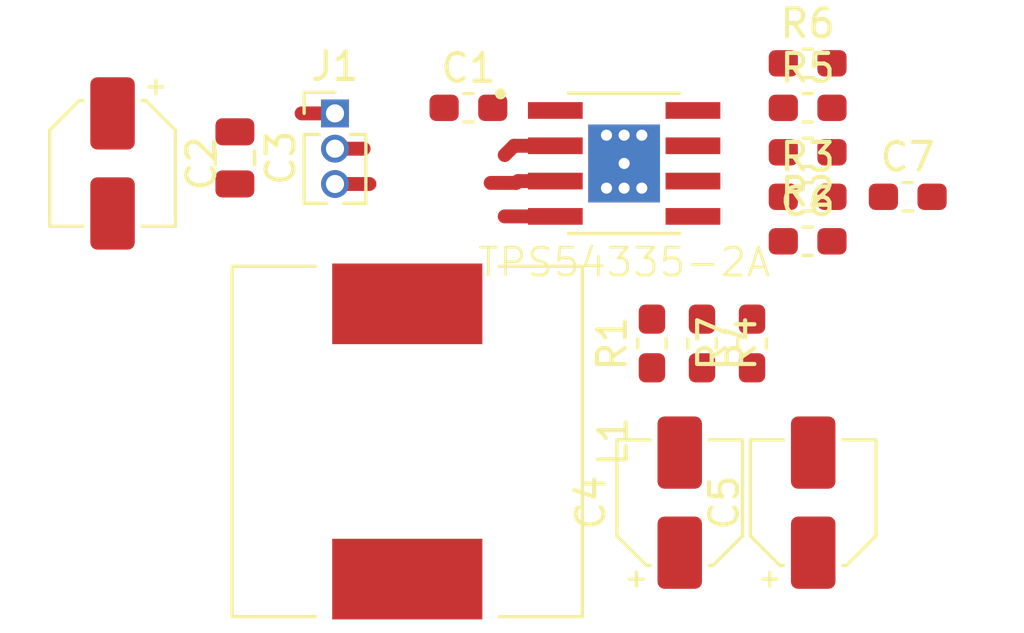
<source format=kicad_pcb>
(kicad_pcb (version 20171130) (host pcbnew 5.1.2-f72e74a~84~ubuntu18.04.1)

  (general
    (thickness 1.6)
    (drawings 0)
    (tracks 9)
    (zones 0)
    (modules 17)
    (nets 12)
  )

  (page A4)
  (layers
    (0 F.Cu signal)
    (31 B.Cu signal)
    (32 B.Adhes user)
    (33 F.Adhes user)
    (34 B.Paste user)
    (35 F.Paste user)
    (36 B.SilkS user)
    (37 F.SilkS user)
    (38 B.Mask user)
    (39 F.Mask user)
    (40 Dwgs.User user)
    (41 Cmts.User user)
    (42 Eco1.User user)
    (43 Eco2.User user)
    (44 Edge.Cuts user)
    (45 Margin user)
    (46 B.CrtYd user)
    (47 F.CrtYd user)
    (48 B.Fab user)
    (49 F.Fab user)
  )

  (setup
    (last_trace_width 0.5)
    (user_trace_width 0.5)
    (user_trace_width 1)
    (trace_clearance 0.2)
    (zone_clearance 0.508)
    (zone_45_only no)
    (trace_min 0.2)
    (via_size 0.8)
    (via_drill 0.4)
    (via_min_size 0.4)
    (via_min_drill 0.3)
    (uvia_size 0.3)
    (uvia_drill 0.1)
    (uvias_allowed no)
    (uvia_min_size 0.2)
    (uvia_min_drill 0.1)
    (edge_width 0.05)
    (segment_width 0.2)
    (pcb_text_width 0.3)
    (pcb_text_size 1.5 1.5)
    (mod_edge_width 0.12)
    (mod_text_size 1 1)
    (mod_text_width 0.15)
    (pad_size 1.524 1.524)
    (pad_drill 0.762)
    (pad_to_mask_clearance 0.051)
    (solder_mask_min_width 0.25)
    (aux_axis_origin 0 0)
    (visible_elements FFFFFF7F)
    (pcbplotparams
      (layerselection 0x010fc_ffffffff)
      (usegerberextensions false)
      (usegerberattributes false)
      (usegerberadvancedattributes false)
      (creategerberjobfile false)
      (excludeedgelayer true)
      (linewidth 0.100000)
      (plotframeref false)
      (viasonmask false)
      (mode 1)
      (useauxorigin false)
      (hpglpennumber 1)
      (hpglpenspeed 20)
      (hpglpendiameter 15.000000)
      (psnegative false)
      (psa4output false)
      (plotreference true)
      (plotvalue true)
      (plotinvisibletext false)
      (padsonsilk false)
      (subtractmaskfromsilk false)
      (outputformat 1)
      (mirror false)
      (drillshape 1)
      (scaleselection 1)
      (outputdirectory ""))
  )

  (net 0 "")
  (net 1 "Net-(C1-Pad2)")
  (net 2 GND)
  (net 3 +12V)
  (net 4 +5V)
  (net 5 "Net-(C6-Pad1)")
  (net 6 "Net-(C7-Pad1)")
  (net 7 "Net-(R1-Pad2)")
  (net 8 "Net-(R2-Pad2)")
  (net 9 /Vsense)
  (net 10 "Net-(R6-Pad1)")
  (net 11 /PH_NET)

  (net_class Default "This is the default net class."
    (clearance 0.2)
    (trace_width 0.25)
    (via_dia 0.8)
    (via_drill 0.4)
    (uvia_dia 0.3)
    (uvia_drill 0.1)
    (add_net /Vsense)
    (add_net "Net-(C1-Pad2)")
    (add_net "Net-(C6-Pad1)")
    (add_net "Net-(C7-Pad1)")
    (add_net "Net-(R1-Pad2)")
    (add_net "Net-(R2-Pad2)")
    (add_net "Net-(R6-Pad1)")
  )

  (net_class 1A ""
    (clearance 0.2)
    (trace_width 0.75)
    (via_dia 0.8)
    (via_drill 0.4)
    (uvia_dia 0.3)
    (uvia_drill 0.1)
    (add_net +12V)
  )

  (net_class 3A ""
    (clearance 0.5)
    (trace_width 1.25)
    (via_dia 0.8)
    (via_drill 0.4)
    (uvia_dia 0.3)
    (uvia_drill 0.1)
    (add_net +5V)
    (add_net /PH_NET)
  )

  (net_class GND ""
    (clearance 0.2)
    (trace_width 1.5)
    (via_dia 0.8)
    (via_drill 0.4)
    (uvia_dia 0.3)
    (uvia_drill 0.1)
    (add_net GND)
  )

  (module Capacitor_SMD:C_0805_2012Metric (layer F.Cu) (tedit 5B36C52B) (tstamp 5CED6D46)
    (at 7 24.8 270)
    (descr "Capacitor SMD 0805 (2012 Metric), square (rectangular) end terminal, IPC_7351 nominal, (Body size source: https://docs.google.com/spreadsheets/d/1BsfQQcO9C6DZCsRaXUlFlo91Tg2WpOkGARC1WS5S8t0/edit?usp=sharing), generated with kicad-footprint-generator")
    (tags capacitor)
    (path /5CED6A1F)
    (attr smd)
    (fp_text reference C3 (at 0 -1.65 90) (layer F.SilkS)
      (effects (font (size 1 1) (thickness 0.15)))
    )
    (fp_text value C104,0805 (at 0 1.65 90) (layer F.Fab)
      (effects (font (size 1 1) (thickness 0.15)))
    )
    (fp_text user %R (at 0 0 90) (layer F.Fab)
      (effects (font (size 0.5 0.5) (thickness 0.08)))
    )
    (fp_line (start 1.68 0.95) (end -1.68 0.95) (layer F.CrtYd) (width 0.05))
    (fp_line (start 1.68 -0.95) (end 1.68 0.95) (layer F.CrtYd) (width 0.05))
    (fp_line (start -1.68 -0.95) (end 1.68 -0.95) (layer F.CrtYd) (width 0.05))
    (fp_line (start -1.68 0.95) (end -1.68 -0.95) (layer F.CrtYd) (width 0.05))
    (fp_line (start -0.258578 0.71) (end 0.258578 0.71) (layer F.SilkS) (width 0.12))
    (fp_line (start -0.258578 -0.71) (end 0.258578 -0.71) (layer F.SilkS) (width 0.12))
    (fp_line (start 1 0.6) (end -1 0.6) (layer F.Fab) (width 0.1))
    (fp_line (start 1 -0.6) (end 1 0.6) (layer F.Fab) (width 0.1))
    (fp_line (start -1 -0.6) (end 1 -0.6) (layer F.Fab) (width 0.1))
    (fp_line (start -1 0.6) (end -1 -0.6) (layer F.Fab) (width 0.1))
    (pad 2 smd roundrect (at 0.9375 0 270) (size 0.975 1.4) (layers F.Cu F.Paste F.Mask) (roundrect_rratio 0.25)
      (net 2 GND))
    (pad 1 smd roundrect (at -0.9375 0 270) (size 0.975 1.4) (layers F.Cu F.Paste F.Mask) (roundrect_rratio 0.25)
      (net 3 +12V))
    (model ${KISYS3DMOD}/Capacitor_SMD.3dshapes/C_0805_2012Metric.wrl
      (at (xyz 0 0 0))
      (scale (xyz 1 1 1))
      (rotate (xyz 0 0 0))
    )
  )

  (module footprint-lib:TPS54335ADDAR (layer F.Cu) (tedit 5CED0A5B) (tstamp 5CED6EB1)
    (at 21 25)
    (path /5CED593B)
    (attr smd)
    (fp_text reference U1 (at 0 -3.556) (layer F.SilkS) hide
      (effects (font (size 1 1) (thickness 0.1)))
    )
    (fp_text value TPS54335-2A (at 0 3.556) (layer F.SilkS)
      (effects (font (size 1 1) (thickness 0.1)))
    )
    (fp_line (start 3.71 -2.75) (end 3.71 2.75) (layer Eco1.User) (width 0.05))
    (fp_line (start -3.71 -2.75) (end -3.71 2.75) (layer Eco1.User) (width 0.05))
    (fp_line (start -3.71 2.75) (end 3.71 2.75) (layer Eco1.User) (width 0.05))
    (fp_line (start -3.71 -2.75) (end 3.71 -2.75) (layer Eco1.User) (width 0.05))
    (fp_line (start 2 -2.5) (end 2 2.5) (layer Eco2.User) (width 0.127))
    (fp_line (start -2 -2.5) (end -2 2.5) (layer Eco2.User) (width 0.127))
    (fp_line (start -2 2.525) (end 2 2.525) (layer F.SilkS) (width 0.127))
    (fp_line (start -2 -2.525) (end 2 -2.525) (layer F.SilkS) (width 0.127))
    (fp_line (start -2 2.5) (end 2 2.5) (layer Eco2.User) (width 0.127))
    (fp_line (start -2 -2.5) (end 2 -2.5) (layer Eco2.User) (width 0.127))
    (fp_circle (center -4.445 -2.505) (end -4.345 -2.505) (layer Eco2.User) (width 0.2))
    (fp_circle (center -4.445 -2.505) (end -4.345 -2.505) (layer F.SilkS) (width 0.2))
    (fp_poly (pts (xy -0.645 -0.7) (xy 0.645 -0.7) (xy 0.645 0.7) (xy -0.645 0.7)) (layer F.Paste) (width 0))
    (pad PAD thru_hole oval (at 0.635 0.889) (size 0.5 0.5) (drill 0.4) (layers *.Cu F.Mask)
      (net 2 GND))
    (pad PAD thru_hole oval (at 0 0.889) (size 0.5 0.5) (drill 0.4) (layers *.Cu F.Mask)
      (net 2 GND))
    (pad PAD thru_hole oval (at -0.635 0.889) (size 0.5 0.5) (drill 0.4) (layers *.Cu F.Mask)
      (net 2 GND))
    (pad PAD thru_hole oval (at 0.635 -1.016) (size 0.5 0.5) (drill 0.4) (layers *.Cu F.Mask)
      (net 2 GND))
    (pad PAD thru_hole oval (at 0 -1.016) (size 0.5 0.5) (drill 0.4) (layers *.Cu F.Mask)
      (net 2 GND))
    (pad PAD thru_hole oval (at -0.635 -1.016) (size 0.5 0.5) (drill 0.4) (layers *.Cu F.Mask)
      (net 2 GND))
    (pad PAD thru_hole rect (at 0 0) (size 2.58 2.8) (drill 0.4) (layers *.Cu F.Paste F.Mask)
      (net 2 GND))
    (pad 8 smd rect (at 2.475 -1.905) (size 1.97 0.6) (layers F.Cu F.Paste F.Mask)
      (net 10 "Net-(R6-Pad1)"))
    (pad 7 smd rect (at 2.475 -0.635) (size 1.97 0.6) (layers F.Cu F.Paste F.Mask)
      (net 8 "Net-(R2-Pad2)"))
    (pad 6 smd rect (at 2.475 0.635) (size 1.97 0.6) (layers F.Cu F.Paste F.Mask)
      (net 5 "Net-(C6-Pad1)"))
    (pad 5 smd rect (at 2.475 1.905) (size 1.97 0.6) (layers F.Cu F.Paste F.Mask)
      (net 9 /Vsense))
    (pad 4 smd rect (at -2.475 1.905) (size 1.97 0.6) (layers F.Cu F.Paste F.Mask)
      (net 2 GND))
    (pad 3 smd rect (at -2.475 0.635) (size 1.97 0.6) (layers F.Cu F.Paste F.Mask)
      (net 11 /PH_NET))
    (pad 2 smd rect (at -2.475 -0.635) (size 1.97 0.6) (layers F.Cu F.Paste F.Mask)
      (net 3 +12V))
    (pad 1 smd rect (at -2.475 -1.905) (size 1.97 0.6) (layers F.Cu F.Paste F.Mask)
      (net 1 "Net-(C1-Pad2)"))
  )

  (module Resistor_SMD:R_0603_1608Metric_Pad1.05x0.95mm_HandSolder (layer F.Cu) (tedit 5B301BBD) (tstamp 5CED6E97)
    (at 25.6 31.475 90)
    (descr "Resistor SMD 0603 (1608 Metric), square (rectangular) end terminal, IPC_7351 nominal with elongated pad for handsoldering. (Body size source: http://www.tortai-tech.com/upload/download/2011102023233369053.pdf), generated with kicad-footprint-generator")
    (tags "resistor handsolder")
    (path /5CEDBD49)
    (attr smd)
    (fp_text reference R7 (at 0 -1.43 90) (layer F.SilkS)
      (effects (font (size 1 1) (thickness 0.15)))
    )
    (fp_text value R19.1k,0603 (at 0 1.43 90) (layer F.Fab)
      (effects (font (size 1 1) (thickness 0.15)))
    )
    (fp_text user %R (at 0 0 90) (layer F.Fab)
      (effects (font (size 0.4 0.4) (thickness 0.06)))
    )
    (fp_line (start 1.65 0.73) (end -1.65 0.73) (layer F.CrtYd) (width 0.05))
    (fp_line (start 1.65 -0.73) (end 1.65 0.73) (layer F.CrtYd) (width 0.05))
    (fp_line (start -1.65 -0.73) (end 1.65 -0.73) (layer F.CrtYd) (width 0.05))
    (fp_line (start -1.65 0.73) (end -1.65 -0.73) (layer F.CrtYd) (width 0.05))
    (fp_line (start -0.171267 0.51) (end 0.171267 0.51) (layer F.SilkS) (width 0.12))
    (fp_line (start -0.171267 -0.51) (end 0.171267 -0.51) (layer F.SilkS) (width 0.12))
    (fp_line (start 0.8 0.4) (end -0.8 0.4) (layer F.Fab) (width 0.1))
    (fp_line (start 0.8 -0.4) (end 0.8 0.4) (layer F.Fab) (width 0.1))
    (fp_line (start -0.8 -0.4) (end 0.8 -0.4) (layer F.Fab) (width 0.1))
    (fp_line (start -0.8 0.4) (end -0.8 -0.4) (layer F.Fab) (width 0.1))
    (pad 2 smd roundrect (at 0.875 0 90) (size 1.05 0.95) (layers F.Cu F.Paste F.Mask) (roundrect_rratio 0.25)
      (net 2 GND))
    (pad 1 smd roundrect (at -0.875 0 90) (size 1.05 0.95) (layers F.Cu F.Paste F.Mask) (roundrect_rratio 0.25)
      (net 9 /Vsense))
    (model ${KISYS3DMOD}/Resistor_SMD.3dshapes/R_0603_1608Metric.wrl
      (at (xyz 0 0 0))
      (scale (xyz 1 1 1))
      (rotate (xyz 0 0 0))
    )
  )

  (module Resistor_SMD:R_0603_1608Metric_Pad1.05x0.95mm_HandSolder (layer F.Cu) (tedit 5B301BBD) (tstamp 5CED6E86)
    (at 27.6 21.4)
    (descr "Resistor SMD 0603 (1608 Metric), square (rectangular) end terminal, IPC_7351 nominal with elongated pad for handsoldering. (Body size source: http://www.tortai-tech.com/upload/download/2011102023233369053.pdf), generated with kicad-footprint-generator")
    (tags "resistor handsolder")
    (path /5CEE0ADC)
    (attr smd)
    (fp_text reference R6 (at 0 -1.43) (layer F.SilkS)
      (effects (font (size 1 1) (thickness 0.15)))
    )
    (fp_text value 143k,0603 (at 0 1.43) (layer F.Fab)
      (effects (font (size 1 1) (thickness 0.15)))
    )
    (fp_text user %R (at 0 0) (layer F.Fab)
      (effects (font (size 0.4 0.4) (thickness 0.06)))
    )
    (fp_line (start 1.65 0.73) (end -1.65 0.73) (layer F.CrtYd) (width 0.05))
    (fp_line (start 1.65 -0.73) (end 1.65 0.73) (layer F.CrtYd) (width 0.05))
    (fp_line (start -1.65 -0.73) (end 1.65 -0.73) (layer F.CrtYd) (width 0.05))
    (fp_line (start -1.65 0.73) (end -1.65 -0.73) (layer F.CrtYd) (width 0.05))
    (fp_line (start -0.171267 0.51) (end 0.171267 0.51) (layer F.SilkS) (width 0.12))
    (fp_line (start -0.171267 -0.51) (end 0.171267 -0.51) (layer F.SilkS) (width 0.12))
    (fp_line (start 0.8 0.4) (end -0.8 0.4) (layer F.Fab) (width 0.1))
    (fp_line (start 0.8 -0.4) (end 0.8 0.4) (layer F.Fab) (width 0.1))
    (fp_line (start -0.8 -0.4) (end 0.8 -0.4) (layer F.Fab) (width 0.1))
    (fp_line (start -0.8 0.4) (end -0.8 -0.4) (layer F.Fab) (width 0.1))
    (pad 2 smd roundrect (at 0.875 0) (size 1.05 0.95) (layers F.Cu F.Paste F.Mask) (roundrect_rratio 0.25)
      (net 2 GND))
    (pad 1 smd roundrect (at -0.875 0) (size 1.05 0.95) (layers F.Cu F.Paste F.Mask) (roundrect_rratio 0.25)
      (net 10 "Net-(R6-Pad1)"))
    (model ${KISYS3DMOD}/Resistor_SMD.3dshapes/R_0603_1608Metric.wrl
      (at (xyz 0 0 0))
      (scale (xyz 1 1 1))
      (rotate (xyz 0 0 0))
    )
  )

  (module Resistor_SMD:R_0603_1608Metric_Pad1.05x0.95mm_HandSolder (layer F.Cu) (tedit 5B301BBD) (tstamp 5CED6E75)
    (at 27.6 23)
    (descr "Resistor SMD 0603 (1608 Metric), square (rectangular) end terminal, IPC_7351 nominal with elongated pad for handsoldering. (Body size source: http://www.tortai-tech.com/upload/download/2011102023233369053.pdf), generated with kicad-footprint-generator")
    (tags "resistor handsolder")
    (path /5CED73BC)
    (attr smd)
    (fp_text reference R5 (at 0 -1.43) (layer F.SilkS)
      (effects (font (size 1 1) (thickness 0.15)))
    )
    (fp_text value R433,0603 (at 0 1.43) (layer F.Fab)
      (effects (font (size 1 1) (thickness 0.15)))
    )
    (fp_text user %R (at 0 0) (layer F.Fab)
      (effects (font (size 0.4 0.4) (thickness 0.06)))
    )
    (fp_line (start 1.65 0.73) (end -1.65 0.73) (layer F.CrtYd) (width 0.05))
    (fp_line (start 1.65 -0.73) (end 1.65 0.73) (layer F.CrtYd) (width 0.05))
    (fp_line (start -1.65 -0.73) (end 1.65 -0.73) (layer F.CrtYd) (width 0.05))
    (fp_line (start -1.65 0.73) (end -1.65 -0.73) (layer F.CrtYd) (width 0.05))
    (fp_line (start -0.171267 0.51) (end 0.171267 0.51) (layer F.SilkS) (width 0.12))
    (fp_line (start -0.171267 -0.51) (end 0.171267 -0.51) (layer F.SilkS) (width 0.12))
    (fp_line (start 0.8 0.4) (end -0.8 0.4) (layer F.Fab) (width 0.1))
    (fp_line (start 0.8 -0.4) (end 0.8 0.4) (layer F.Fab) (width 0.1))
    (fp_line (start -0.8 -0.4) (end 0.8 -0.4) (layer F.Fab) (width 0.1))
    (fp_line (start -0.8 0.4) (end -0.8 -0.4) (layer F.Fab) (width 0.1))
    (pad 2 smd roundrect (at 0.875 0) (size 1.05 0.95) (layers F.Cu F.Paste F.Mask) (roundrect_rratio 0.25)
      (net 2 GND))
    (pad 1 smd roundrect (at -0.875 0) (size 1.05 0.95) (layers F.Cu F.Paste F.Mask) (roundrect_rratio 0.25)
      (net 8 "Net-(R2-Pad2)"))
    (model ${KISYS3DMOD}/Resistor_SMD.3dshapes/R_0603_1608Metric.wrl
      (at (xyz 0 0 0))
      (scale (xyz 1 1 1))
      (rotate (xyz 0 0 0))
    )
  )

  (module Resistor_SMD:R_0603_1608Metric_Pad1.05x0.95mm_HandSolder (layer F.Cu) (tedit 5B301BBD) (tstamp 5CED6E64)
    (at 23.8 31.475 270)
    (descr "Resistor SMD 0603 (1608 Metric), square (rectangular) end terminal, IPC_7351 nominal with elongated pad for handsoldering. (Body size source: http://www.tortai-tech.com/upload/download/2011102023233369053.pdf), generated with kicad-footprint-generator")
    (tags "resistor handsolder")
    (path /5CEDB5A5)
    (attr smd)
    (fp_text reference R4 (at 0 -1.43 90) (layer F.SilkS)
      (effects (font (size 1 1) (thickness 0.15)))
    )
    (fp_text value R104,0603 (at 0 1.43 90) (layer F.Fab)
      (effects (font (size 1 1) (thickness 0.15)))
    )
    (fp_text user %R (at 0 0 90) (layer F.Fab)
      (effects (font (size 0.4 0.4) (thickness 0.06)))
    )
    (fp_line (start 1.65 0.73) (end -1.65 0.73) (layer F.CrtYd) (width 0.05))
    (fp_line (start 1.65 -0.73) (end 1.65 0.73) (layer F.CrtYd) (width 0.05))
    (fp_line (start -1.65 -0.73) (end 1.65 -0.73) (layer F.CrtYd) (width 0.05))
    (fp_line (start -1.65 0.73) (end -1.65 -0.73) (layer F.CrtYd) (width 0.05))
    (fp_line (start -0.171267 0.51) (end 0.171267 0.51) (layer F.SilkS) (width 0.12))
    (fp_line (start -0.171267 -0.51) (end 0.171267 -0.51) (layer F.SilkS) (width 0.12))
    (fp_line (start 0.8 0.4) (end -0.8 0.4) (layer F.Fab) (width 0.1))
    (fp_line (start 0.8 -0.4) (end 0.8 0.4) (layer F.Fab) (width 0.1))
    (fp_line (start -0.8 -0.4) (end 0.8 -0.4) (layer F.Fab) (width 0.1))
    (fp_line (start -0.8 0.4) (end -0.8 -0.4) (layer F.Fab) (width 0.1))
    (pad 2 smd roundrect (at 0.875 0 270) (size 1.05 0.95) (layers F.Cu F.Paste F.Mask) (roundrect_rratio 0.25)
      (net 9 /Vsense))
    (pad 1 smd roundrect (at -0.875 0 270) (size 1.05 0.95) (layers F.Cu F.Paste F.Mask) (roundrect_rratio 0.25)
      (net 7 "Net-(R1-Pad2)"))
    (model ${KISYS3DMOD}/Resistor_SMD.3dshapes/R_0603_1608Metric.wrl
      (at (xyz 0 0 0))
      (scale (xyz 1 1 1))
      (rotate (xyz 0 0 0))
    )
  )

  (module Resistor_SMD:R_0603_1608Metric_Pad1.05x0.95mm_HandSolder (layer F.Cu) (tedit 5B301BBD) (tstamp 5CED6E53)
    (at 27.6 26.2)
    (descr "Resistor SMD 0603 (1608 Metric), square (rectangular) end terminal, IPC_7351 nominal with elongated pad for handsoldering. (Body size source: http://www.tortai-tech.com/upload/download/2011102023233369053.pdf), generated with kicad-footprint-generator")
    (tags "resistor handsolder")
    (path /5CED7B09)
    (attr smd)
    (fp_text reference R3 (at 0 -1.43) (layer F.SilkS)
      (effects (font (size 1 1) (thickness 0.15)))
    )
    (fp_text value R372,0603 (at 0 1.43) (layer F.Fab)
      (effects (font (size 1 1) (thickness 0.15)))
    )
    (fp_text user %R (at 0 0) (layer F.Fab)
      (effects (font (size 0.4 0.4) (thickness 0.06)))
    )
    (fp_line (start 1.65 0.73) (end -1.65 0.73) (layer F.CrtYd) (width 0.05))
    (fp_line (start 1.65 -0.73) (end 1.65 0.73) (layer F.CrtYd) (width 0.05))
    (fp_line (start -1.65 -0.73) (end 1.65 -0.73) (layer F.CrtYd) (width 0.05))
    (fp_line (start -1.65 0.73) (end -1.65 -0.73) (layer F.CrtYd) (width 0.05))
    (fp_line (start -0.171267 0.51) (end 0.171267 0.51) (layer F.SilkS) (width 0.12))
    (fp_line (start -0.171267 -0.51) (end 0.171267 -0.51) (layer F.SilkS) (width 0.12))
    (fp_line (start 0.8 0.4) (end -0.8 0.4) (layer F.Fab) (width 0.1))
    (fp_line (start 0.8 -0.4) (end 0.8 0.4) (layer F.Fab) (width 0.1))
    (fp_line (start -0.8 -0.4) (end 0.8 -0.4) (layer F.Fab) (width 0.1))
    (fp_line (start -0.8 0.4) (end -0.8 -0.4) (layer F.Fab) (width 0.1))
    (pad 2 smd roundrect (at 0.875 0) (size 1.05 0.95) (layers F.Cu F.Paste F.Mask) (roundrect_rratio 0.25)
      (net 6 "Net-(C7-Pad1)"))
    (pad 1 smd roundrect (at -0.875 0) (size 1.05 0.95) (layers F.Cu F.Paste F.Mask) (roundrect_rratio 0.25)
      (net 5 "Net-(C6-Pad1)"))
    (model ${KISYS3DMOD}/Resistor_SMD.3dshapes/R_0603_1608Metric.wrl
      (at (xyz 0 0 0))
      (scale (xyz 1 1 1))
      (rotate (xyz 0 0 0))
    )
  )

  (module Resistor_SMD:R_0603_1608Metric_Pad1.05x0.95mm_HandSolder (layer F.Cu) (tedit 5B301BBD) (tstamp 5CED6E42)
    (at 27.6 24.6 180)
    (descr "Resistor SMD 0603 (1608 Metric), square (rectangular) end terminal, IPC_7351 nominal with elongated pad for handsoldering. (Body size source: http://www.tortai-tech.com/upload/download/2011102023233369053.pdf), generated with kicad-footprint-generator")
    (tags "resistor handsolder")
    (path /5CED6DD0)
    (attr smd)
    (fp_text reference R2 (at 0 -1.43) (layer F.SilkS)
      (effects (font (size 1 1) (thickness 0.15)))
    )
    (fp_text value R224,0603 (at 0 1.43) (layer F.Fab)
      (effects (font (size 1 1) (thickness 0.15)))
    )
    (fp_text user %R (at 0 0) (layer F.Fab)
      (effects (font (size 0.4 0.4) (thickness 0.06)))
    )
    (fp_line (start 1.65 0.73) (end -1.65 0.73) (layer F.CrtYd) (width 0.05))
    (fp_line (start 1.65 -0.73) (end 1.65 0.73) (layer F.CrtYd) (width 0.05))
    (fp_line (start -1.65 -0.73) (end 1.65 -0.73) (layer F.CrtYd) (width 0.05))
    (fp_line (start -1.65 0.73) (end -1.65 -0.73) (layer F.CrtYd) (width 0.05))
    (fp_line (start -0.171267 0.51) (end 0.171267 0.51) (layer F.SilkS) (width 0.12))
    (fp_line (start -0.171267 -0.51) (end 0.171267 -0.51) (layer F.SilkS) (width 0.12))
    (fp_line (start 0.8 0.4) (end -0.8 0.4) (layer F.Fab) (width 0.1))
    (fp_line (start 0.8 -0.4) (end 0.8 0.4) (layer F.Fab) (width 0.1))
    (fp_line (start -0.8 -0.4) (end 0.8 -0.4) (layer F.Fab) (width 0.1))
    (fp_line (start -0.8 0.4) (end -0.8 -0.4) (layer F.Fab) (width 0.1))
    (pad 2 smd roundrect (at 0.875 0 180) (size 1.05 0.95) (layers F.Cu F.Paste F.Mask) (roundrect_rratio 0.25)
      (net 8 "Net-(R2-Pad2)"))
    (pad 1 smd roundrect (at -0.875 0 180) (size 1.05 0.95) (layers F.Cu F.Paste F.Mask) (roundrect_rratio 0.25)
      (net 3 +12V))
    (model ${KISYS3DMOD}/Resistor_SMD.3dshapes/R_0603_1608Metric.wrl
      (at (xyz 0 0 0))
      (scale (xyz 1 1 1))
      (rotate (xyz 0 0 0))
    )
  )

  (module Resistor_SMD:R_0603_1608Metric_Pad1.05x0.95mm_HandSolder (layer F.Cu) (tedit 5B301BBD) (tstamp 5CED6E31)
    (at 22 31.475 90)
    (descr "Resistor SMD 0603 (1608 Metric), square (rectangular) end terminal, IPC_7351 nominal with elongated pad for handsoldering. (Body size source: http://www.tortai-tech.com/upload/download/2011102023233369053.pdf), generated with kicad-footprint-generator")
    (tags "resistor handsolder")
    (path /5CEDB0F4)
    (attr smd)
    (fp_text reference R1 (at 0 -1.43 90) (layer F.SilkS)
      (effects (font (size 1 1) (thickness 0.15)))
    )
    (fp_text value R510,0603 (at 0 1.43 90) (layer F.Fab)
      (effects (font (size 1 1) (thickness 0.15)))
    )
    (fp_text user %R (at 0 0 90) (layer F.Fab)
      (effects (font (size 0.4 0.4) (thickness 0.06)))
    )
    (fp_line (start 1.65 0.73) (end -1.65 0.73) (layer F.CrtYd) (width 0.05))
    (fp_line (start 1.65 -0.73) (end 1.65 0.73) (layer F.CrtYd) (width 0.05))
    (fp_line (start -1.65 -0.73) (end 1.65 -0.73) (layer F.CrtYd) (width 0.05))
    (fp_line (start -1.65 0.73) (end -1.65 -0.73) (layer F.CrtYd) (width 0.05))
    (fp_line (start -0.171267 0.51) (end 0.171267 0.51) (layer F.SilkS) (width 0.12))
    (fp_line (start -0.171267 -0.51) (end 0.171267 -0.51) (layer F.SilkS) (width 0.12))
    (fp_line (start 0.8 0.4) (end -0.8 0.4) (layer F.Fab) (width 0.1))
    (fp_line (start 0.8 -0.4) (end 0.8 0.4) (layer F.Fab) (width 0.1))
    (fp_line (start -0.8 -0.4) (end 0.8 -0.4) (layer F.Fab) (width 0.1))
    (fp_line (start -0.8 0.4) (end -0.8 -0.4) (layer F.Fab) (width 0.1))
    (pad 2 smd roundrect (at 0.875 0 90) (size 1.05 0.95) (layers F.Cu F.Paste F.Mask) (roundrect_rratio 0.25)
      (net 7 "Net-(R1-Pad2)"))
    (pad 1 smd roundrect (at -0.875 0 90) (size 1.05 0.95) (layers F.Cu F.Paste F.Mask) (roundrect_rratio 0.25)
      (net 4 +5V))
    (model ${KISYS3DMOD}/Resistor_SMD.3dshapes/R_0603_1608Metric.wrl
      (at (xyz 0 0 0))
      (scale (xyz 1 1 1))
      (rotate (xyz 0 0 0))
    )
  )

  (module footprint-lib:L_CD127_shielded (layer F.Cu) (tedit 5990349C) (tstamp 5CED71DE)
    (at 13.2 35 270)
    (descr "Choke, SMD, 12x12mm 8mm height")
    (tags "Choke SMD")
    (path /5CED9CEF)
    (attr smd)
    (fp_text reference L1 (at 0 -7.4 90) (layer F.SilkS)
      (effects (font (size 1 1) (thickness 0.15)))
    )
    (fp_text value L_15uH,CD127 (at 0 7.6 90) (layer F.Fab)
      (effects (font (size 1 1) (thickness 0.15)))
    )
    (fp_circle (center -2.1 3) (end -1.8 3.25) (layer F.Fab) (width 0.1))
    (fp_circle (center 0 0) (end 0.15 0.15) (layer F.Adhes) (width 0.38))
    (fp_circle (center 0 0) (end 0.55 0) (layer F.Adhes) (width 0.38))
    (fp_circle (center 0 0) (end 0.9 0) (layer F.Adhes) (width 0.38))
    (fp_line (start 6.2 -6.2) (end 6.2 -3.3) (layer F.Fab) (width 0.1))
    (fp_line (start -6.2 -6.2) (end -6.2 -3.3) (layer F.Fab) (width 0.1))
    (fp_line (start 6.2 -6.2) (end -6.2 -6.2) (layer F.Fab) (width 0.1))
    (fp_line (start 6.2 6.2) (end 6.2 3.3) (layer F.Fab) (width 0.1))
    (fp_line (start -6.2 6.2) (end 6.2 6.2) (layer F.Fab) (width 0.1))
    (fp_line (start -6.2 3.3) (end -6.2 6.2) (layer F.Fab) (width 0.1))
    (fp_line (start -5 -3.5) (end -4.8 -3.2) (layer F.Fab) (width 0.1))
    (fp_line (start -5.1 -4) (end -5 -3.5) (layer F.Fab) (width 0.1))
    (fp_line (start -4.9 -4.5) (end -5.1 -4) (layer F.Fab) (width 0.1))
    (fp_line (start -4.6 -4.8) (end -4.9 -4.5) (layer F.Fab) (width 0.1))
    (fp_line (start -4.2 -5) (end -4.6 -4.8) (layer F.Fab) (width 0.1))
    (fp_line (start -3.7 -5.1) (end -4.2 -5) (layer F.Fab) (width 0.1))
    (fp_line (start -3.3 -4.9) (end -3.7 -5.1) (layer F.Fab) (width 0.1))
    (fp_line (start -3 -4.7) (end -3.3 -4.9) (layer F.Fab) (width 0.1))
    (fp_line (start -2.6 -4.9) (end -3 -4.7) (layer F.Fab) (width 0.1))
    (fp_line (start -1.7 -5.3) (end -2.6 -4.9) (layer F.Fab) (width 0.1))
    (fp_line (start -0.8 -5.5) (end -1.7 -5.3) (layer F.Fab) (width 0.1))
    (fp_line (start 0 -5.6) (end -0.8 -5.5) (layer F.Fab) (width 0.1))
    (fp_line (start 0.9 -5.5) (end 0 -5.6) (layer F.Fab) (width 0.1))
    (fp_line (start 1.7 -5.3) (end 0.9 -5.5) (layer F.Fab) (width 0.1))
    (fp_line (start 2.2 -5.1) (end 1.7 -5.3) (layer F.Fab) (width 0.1))
    (fp_line (start 2.6 -4.9) (end 2.2 -5.1) (layer F.Fab) (width 0.1))
    (fp_line (start 3 -4.6) (end 2.6 -4.9) (layer F.Fab) (width 0.1))
    (fp_line (start 3.3 -4.9) (end 3 -4.6) (layer F.Fab) (width 0.1))
    (fp_line (start 3.6 -5) (end 3.3 -4.9) (layer F.Fab) (width 0.1))
    (fp_line (start 3.9 -5.1) (end 3.6 -5) (layer F.Fab) (width 0.1))
    (fp_line (start 4.2 -5.1) (end 3.9 -5.1) (layer F.Fab) (width 0.1))
    (fp_line (start 4.5 -4.9) (end 4.2 -5.1) (layer F.Fab) (width 0.1))
    (fp_line (start 4.8 -4.7) (end 4.5 -4.9) (layer F.Fab) (width 0.1))
    (fp_line (start 5 -4.3) (end 4.8 -4.7) (layer F.Fab) (width 0.1))
    (fp_line (start 5.1 -4) (end 5 -4.3) (layer F.Fab) (width 0.1))
    (fp_line (start 5 -3.6) (end 5.1 -4) (layer F.Fab) (width 0.1))
    (fp_line (start 4.9 -3.3) (end 5 -3.6) (layer F.Fab) (width 0.1))
    (fp_line (start -5 3.6) (end -4.8 3.2) (layer F.Fab) (width 0.1))
    (fp_line (start -5.1 4.1) (end -5 3.6) (layer F.Fab) (width 0.1))
    (fp_line (start -4.9 4.6) (end -5.1 4.1) (layer F.Fab) (width 0.1))
    (fp_line (start -4.6 4.8) (end -4.9 4.6) (layer F.Fab) (width 0.1))
    (fp_line (start -4.3 5) (end -4.6 4.8) (layer F.Fab) (width 0.1))
    (fp_line (start -3.9 5.1) (end -4.3 5) (layer F.Fab) (width 0.1))
    (fp_line (start -3.3 4.9) (end -3.9 5.1) (layer F.Fab) (width 0.1))
    (fp_line (start -3 4.7) (end -3.3 4.9) (layer F.Fab) (width 0.1))
    (fp_line (start -2.6 4.9) (end -3 4.7) (layer F.Fab) (width 0.1))
    (fp_line (start -2.1 5.1) (end -2.6 4.9) (layer F.Fab) (width 0.1))
    (fp_line (start -1.5 5.3) (end -2.1 5.1) (layer F.Fab) (width 0.1))
    (fp_line (start -0.6 5.5) (end -1.5 5.3) (layer F.Fab) (width 0.1))
    (fp_line (start 0.6 5.5) (end -0.6 5.5) (layer F.Fab) (width 0.1))
    (fp_line (start 1.6 5.3) (end 0.6 5.5) (layer F.Fab) (width 0.1))
    (fp_line (start 2.4 5) (end 1.6 5.3) (layer F.Fab) (width 0.1))
    (fp_line (start 3 4.6) (end 2.4 5) (layer F.Fab) (width 0.1))
    (fp_line (start 3.1 4.7) (end 3 4.6) (layer F.Fab) (width 0.1))
    (fp_line (start 3.5 5) (end 3.1 4.7) (layer F.Fab) (width 0.1))
    (fp_line (start 4 5.1) (end 3.5 5) (layer F.Fab) (width 0.1))
    (fp_line (start 4.5 5) (end 4 5.1) (layer F.Fab) (width 0.1))
    (fp_line (start 4.8 4.6) (end 4.5 5) (layer F.Fab) (width 0.1))
    (fp_line (start 5 4.3) (end 4.8 4.6) (layer F.Fab) (width 0.1))
    (fp_line (start 5.1 3.8) (end 5 4.3) (layer F.Fab) (width 0.1))
    (fp_line (start 5 3.4) (end 5.1 3.8) (layer F.Fab) (width 0.1))
    (fp_line (start 4.9 3.3) (end 5 3.4) (layer F.Fab) (width 0.1))
    (fp_line (start -6.86 6.6) (end -6.86 -6.6) (layer F.CrtYd) (width 0.05))
    (fp_line (start 6.86 6.6) (end -6.86 6.6) (layer F.CrtYd) (width 0.05))
    (fp_line (start 6.86 -6.6) (end 6.86 6.6) (layer F.CrtYd) (width 0.05))
    (fp_line (start -6.86 -6.6) (end 6.86 -6.6) (layer F.CrtYd) (width 0.05))
    (fp_line (start 6.3 -6.3) (end 6.3 -3.3) (layer F.SilkS) (width 0.12))
    (fp_line (start -6.3 -6.3) (end 6.3 -6.3) (layer F.SilkS) (width 0.12))
    (fp_line (start -6.3 -3.3) (end -6.3 -6.3) (layer F.SilkS) (width 0.12))
    (fp_line (start -6.3 6.3) (end -6.3 3.3) (layer F.SilkS) (width 0.12))
    (fp_line (start 6.3 6.3) (end -6.3 6.3) (layer F.SilkS) (width 0.12))
    (fp_line (start 6.3 3.3) (end 6.3 6.3) (layer F.SilkS) (width 0.12))
    (fp_text user %R (at 0 0 90) (layer F.Fab)
      (effects (font (size 1 1) (thickness 0.15)))
    )
    (pad 2 smd rect (at 4.95 0 270) (size 2.9 5.4) (layers F.Cu F.Paste F.Mask)
      (net 4 +5V))
    (pad 1 smd rect (at -4.95 0 270) (size 2.9 5.4) (layers F.Cu F.Paste F.Mask)
      (net 11 /PH_NET))
    (model ${KISYS3DMOD}/Inductor_SMD.3dshapes/L_12x12mm_H8mm.wrl
      (at (xyz 0 0 0))
      (scale (xyz 1 1 1))
      (rotate (xyz 0 0 0))
    )
  )

  (module Connector_PinHeader_1.27mm:PinHeader_1x03_P1.27mm_Vertical (layer F.Cu) (tedit 59FED6E3) (tstamp 5CED6DD1)
    (at 10.6 23.2)
    (descr "Through hole straight pin header, 1x03, 1.27mm pitch, single row")
    (tags "Through hole pin header THT 1x03 1.27mm single row")
    (path /5CEF5397)
    (fp_text reference J1 (at 0 -1.695) (layer F.SilkS)
      (effects (font (size 1 1) (thickness 0.15)))
    )
    (fp_text value header (at 0 4.235) (layer F.Fab)
      (effects (font (size 1 1) (thickness 0.15)))
    )
    (fp_text user %R (at 0 1.27 90) (layer F.Fab)
      (effects (font (size 1 1) (thickness 0.15)))
    )
    (fp_line (start 1.55 -1.15) (end -1.55 -1.15) (layer F.CrtYd) (width 0.05))
    (fp_line (start 1.55 3.7) (end 1.55 -1.15) (layer F.CrtYd) (width 0.05))
    (fp_line (start -1.55 3.7) (end 1.55 3.7) (layer F.CrtYd) (width 0.05))
    (fp_line (start -1.55 -1.15) (end -1.55 3.7) (layer F.CrtYd) (width 0.05))
    (fp_line (start -1.11 -0.76) (end 0 -0.76) (layer F.SilkS) (width 0.12))
    (fp_line (start -1.11 0) (end -1.11 -0.76) (layer F.SilkS) (width 0.12))
    (fp_line (start 0.563471 0.76) (end 1.11 0.76) (layer F.SilkS) (width 0.12))
    (fp_line (start -1.11 0.76) (end -0.563471 0.76) (layer F.SilkS) (width 0.12))
    (fp_line (start 1.11 0.76) (end 1.11 3.235) (layer F.SilkS) (width 0.12))
    (fp_line (start -1.11 0.76) (end -1.11 3.235) (layer F.SilkS) (width 0.12))
    (fp_line (start 0.30753 3.235) (end 1.11 3.235) (layer F.SilkS) (width 0.12))
    (fp_line (start -1.11 3.235) (end -0.30753 3.235) (layer F.SilkS) (width 0.12))
    (fp_line (start -1.05 -0.11) (end -0.525 -0.635) (layer F.Fab) (width 0.1))
    (fp_line (start -1.05 3.175) (end -1.05 -0.11) (layer F.Fab) (width 0.1))
    (fp_line (start 1.05 3.175) (end -1.05 3.175) (layer F.Fab) (width 0.1))
    (fp_line (start 1.05 -0.635) (end 1.05 3.175) (layer F.Fab) (width 0.1))
    (fp_line (start -0.525 -0.635) (end 1.05 -0.635) (layer F.Fab) (width 0.1))
    (pad 3 thru_hole oval (at 0 2.54) (size 1 1) (drill 0.65) (layers *.Cu *.Mask)
      (net 2 GND))
    (pad 2 thru_hole oval (at 0 1.27) (size 1 1) (drill 0.65) (layers *.Cu *.Mask)
      (net 4 +5V))
    (pad 1 thru_hole rect (at 0 0) (size 1 1) (drill 0.65) (layers *.Cu *.Mask)
      (net 3 +12V))
    (model ${KISYS3DMOD}/Connector_PinHeader_1.27mm.3dshapes/PinHeader_1x03_P1.27mm_Vertical.wrl
      (at (xyz 0 0 0))
      (scale (xyz 1 1 1))
      (rotate (xyz 0 0 0))
    )
  )

  (module Capacitor_SMD:C_0603_1608Metric_Pad1.05x0.95mm_HandSolder (layer F.Cu) (tedit 5B301BBE) (tstamp 5CED6DB8)
    (at 31.2 26.2)
    (descr "Capacitor SMD 0603 (1608 Metric), square (rectangular) end terminal, IPC_7351 nominal with elongated pad for handsoldering. (Body size source: http://www.tortai-tech.com/upload/download/2011102023233369053.pdf), generated with kicad-footprint-generator")
    (tags "capacitor handsolder")
    (path /5CED80D2)
    (attr smd)
    (fp_text reference C7 (at 0 -1.43) (layer F.SilkS)
      (effects (font (size 1 1) (thickness 0.15)))
    )
    (fp_text value C103,0603 (at 0 1.43) (layer F.Fab)
      (effects (font (size 1 1) (thickness 0.15)))
    )
    (fp_text user %R (at 0 0) (layer F.Fab)
      (effects (font (size 0.4 0.4) (thickness 0.06)))
    )
    (fp_line (start 1.65 0.73) (end -1.65 0.73) (layer F.CrtYd) (width 0.05))
    (fp_line (start 1.65 -0.73) (end 1.65 0.73) (layer F.CrtYd) (width 0.05))
    (fp_line (start -1.65 -0.73) (end 1.65 -0.73) (layer F.CrtYd) (width 0.05))
    (fp_line (start -1.65 0.73) (end -1.65 -0.73) (layer F.CrtYd) (width 0.05))
    (fp_line (start -0.171267 0.51) (end 0.171267 0.51) (layer F.SilkS) (width 0.12))
    (fp_line (start -0.171267 -0.51) (end 0.171267 -0.51) (layer F.SilkS) (width 0.12))
    (fp_line (start 0.8 0.4) (end -0.8 0.4) (layer F.Fab) (width 0.1))
    (fp_line (start 0.8 -0.4) (end 0.8 0.4) (layer F.Fab) (width 0.1))
    (fp_line (start -0.8 -0.4) (end 0.8 -0.4) (layer F.Fab) (width 0.1))
    (fp_line (start -0.8 0.4) (end -0.8 -0.4) (layer F.Fab) (width 0.1))
    (pad 2 smd roundrect (at 0.875 0) (size 1.05 0.95) (layers F.Cu F.Paste F.Mask) (roundrect_rratio 0.25)
      (net 2 GND))
    (pad 1 smd roundrect (at -0.875 0) (size 1.05 0.95) (layers F.Cu F.Paste F.Mask) (roundrect_rratio 0.25)
      (net 6 "Net-(C7-Pad1)"))
    (model ${KISYS3DMOD}/Capacitor_SMD.3dshapes/C_0603_1608Metric.wrl
      (at (xyz 0 0 0))
      (scale (xyz 1 1 1))
      (rotate (xyz 0 0 0))
    )
  )

  (module Capacitor_SMD:C_0603_1608Metric_Pad1.05x0.95mm_HandSolder (layer F.Cu) (tedit 5B301BBE) (tstamp 5CED6DA7)
    (at 27.6 27.8)
    (descr "Capacitor SMD 0603 (1608 Metric), square (rectangular) end terminal, IPC_7351 nominal with elongated pad for handsoldering. (Body size source: http://www.tortai-tech.com/upload/download/2011102023233369053.pdf), generated with kicad-footprint-generator")
    (tags "capacitor handsolder")
    (path /5CED8C64)
    (attr smd)
    (fp_text reference C6 (at 0 -1.43) (layer F.SilkS)
      (effects (font (size 1 1) (thickness 0.15)))
    )
    (fp_text value C101,0603 (at 0 1.43) (layer F.Fab)
      (effects (font (size 1 1) (thickness 0.15)))
    )
    (fp_text user %R (at 0 0) (layer F.Fab)
      (effects (font (size 0.4 0.4) (thickness 0.06)))
    )
    (fp_line (start 1.65 0.73) (end -1.65 0.73) (layer F.CrtYd) (width 0.05))
    (fp_line (start 1.65 -0.73) (end 1.65 0.73) (layer F.CrtYd) (width 0.05))
    (fp_line (start -1.65 -0.73) (end 1.65 -0.73) (layer F.CrtYd) (width 0.05))
    (fp_line (start -1.65 0.73) (end -1.65 -0.73) (layer F.CrtYd) (width 0.05))
    (fp_line (start -0.171267 0.51) (end 0.171267 0.51) (layer F.SilkS) (width 0.12))
    (fp_line (start -0.171267 -0.51) (end 0.171267 -0.51) (layer F.SilkS) (width 0.12))
    (fp_line (start 0.8 0.4) (end -0.8 0.4) (layer F.Fab) (width 0.1))
    (fp_line (start 0.8 -0.4) (end 0.8 0.4) (layer F.Fab) (width 0.1))
    (fp_line (start -0.8 -0.4) (end 0.8 -0.4) (layer F.Fab) (width 0.1))
    (fp_line (start -0.8 0.4) (end -0.8 -0.4) (layer F.Fab) (width 0.1))
    (pad 2 smd roundrect (at 0.875 0) (size 1.05 0.95) (layers F.Cu F.Paste F.Mask) (roundrect_rratio 0.25)
      (net 2 GND))
    (pad 1 smd roundrect (at -0.875 0) (size 1.05 0.95) (layers F.Cu F.Paste F.Mask) (roundrect_rratio 0.25)
      (net 5 "Net-(C6-Pad1)"))
    (model ${KISYS3DMOD}/Capacitor_SMD.3dshapes/C_0603_1608Metric.wrl
      (at (xyz 0 0 0))
      (scale (xyz 1 1 1))
      (rotate (xyz 0 0 0))
    )
  )

  (module Capacitor_SMD:CP_Elec_4x5.3 (layer F.Cu) (tedit 5BCA39CF) (tstamp 5CED6D96)
    (at 27.8 37.2 90)
    (descr "SMD capacitor, aluminum electrolytic, Vishay, 4.0x5.3mm")
    (tags "capacitor electrolytic")
    (path /5CEDAB3A)
    (attr smd)
    (fp_text reference C5 (at 0 -3.2 90) (layer F.SilkS)
      (effects (font (size 1 1) (thickness 0.15)))
    )
    (fp_text value CP47uf,10V (at 0 3.2 90) (layer F.Fab)
      (effects (font (size 1 1) (thickness 0.15)))
    )
    (fp_text user %R (at 0 0 90) (layer F.Fab)
      (effects (font (size 0.8 0.8) (thickness 0.12)))
    )
    (fp_line (start -3.35 1.05) (end -2.4 1.05) (layer F.CrtYd) (width 0.05))
    (fp_line (start -3.35 -1.05) (end -3.35 1.05) (layer F.CrtYd) (width 0.05))
    (fp_line (start -2.4 -1.05) (end -3.35 -1.05) (layer F.CrtYd) (width 0.05))
    (fp_line (start -2.4 1.05) (end -2.4 1.25) (layer F.CrtYd) (width 0.05))
    (fp_line (start -2.4 -1.25) (end -2.4 -1.05) (layer F.CrtYd) (width 0.05))
    (fp_line (start -2.4 -1.25) (end -1.25 -2.4) (layer F.CrtYd) (width 0.05))
    (fp_line (start -2.4 1.25) (end -1.25 2.4) (layer F.CrtYd) (width 0.05))
    (fp_line (start -1.25 -2.4) (end 2.4 -2.4) (layer F.CrtYd) (width 0.05))
    (fp_line (start -1.25 2.4) (end 2.4 2.4) (layer F.CrtYd) (width 0.05))
    (fp_line (start 2.4 1.05) (end 2.4 2.4) (layer F.CrtYd) (width 0.05))
    (fp_line (start 3.35 1.05) (end 2.4 1.05) (layer F.CrtYd) (width 0.05))
    (fp_line (start 3.35 -1.05) (end 3.35 1.05) (layer F.CrtYd) (width 0.05))
    (fp_line (start 2.4 -1.05) (end 3.35 -1.05) (layer F.CrtYd) (width 0.05))
    (fp_line (start 2.4 -2.4) (end 2.4 -1.05) (layer F.CrtYd) (width 0.05))
    (fp_line (start -2.75 -1.81) (end -2.75 -1.31) (layer F.SilkS) (width 0.12))
    (fp_line (start -3 -1.56) (end -2.5 -1.56) (layer F.SilkS) (width 0.12))
    (fp_line (start -2.26 1.195563) (end -1.195563 2.26) (layer F.SilkS) (width 0.12))
    (fp_line (start -2.26 -1.195563) (end -1.195563 -2.26) (layer F.SilkS) (width 0.12))
    (fp_line (start -2.26 -1.195563) (end -2.26 -1.06) (layer F.SilkS) (width 0.12))
    (fp_line (start -2.26 1.195563) (end -2.26 1.06) (layer F.SilkS) (width 0.12))
    (fp_line (start -1.195563 2.26) (end 2.26 2.26) (layer F.SilkS) (width 0.12))
    (fp_line (start -1.195563 -2.26) (end 2.26 -2.26) (layer F.SilkS) (width 0.12))
    (fp_line (start 2.26 -2.26) (end 2.26 -1.06) (layer F.SilkS) (width 0.12))
    (fp_line (start 2.26 2.26) (end 2.26 1.06) (layer F.SilkS) (width 0.12))
    (fp_line (start -1.374773 -1.2) (end -1.374773 -0.8) (layer F.Fab) (width 0.1))
    (fp_line (start -1.574773 -1) (end -1.174773 -1) (layer F.Fab) (width 0.1))
    (fp_line (start -2.15 1.15) (end -1.15 2.15) (layer F.Fab) (width 0.1))
    (fp_line (start -2.15 -1.15) (end -1.15 -2.15) (layer F.Fab) (width 0.1))
    (fp_line (start -2.15 -1.15) (end -2.15 1.15) (layer F.Fab) (width 0.1))
    (fp_line (start -1.15 2.15) (end 2.15 2.15) (layer F.Fab) (width 0.1))
    (fp_line (start -1.15 -2.15) (end 2.15 -2.15) (layer F.Fab) (width 0.1))
    (fp_line (start 2.15 -2.15) (end 2.15 2.15) (layer F.Fab) (width 0.1))
    (fp_circle (center 0 0) (end 2 0) (layer F.Fab) (width 0.1))
    (pad 2 smd roundrect (at 1.8 0 90) (size 2.6 1.6) (layers F.Cu F.Paste F.Mask) (roundrect_rratio 0.15625)
      (net 2 GND))
    (pad 1 smd roundrect (at -1.8 0 90) (size 2.6 1.6) (layers F.Cu F.Paste F.Mask) (roundrect_rratio 0.15625)
      (net 4 +5V))
    (model ${KISYS3DMOD}/Capacitor_SMD.3dshapes/CP_Elec_4x5.3.wrl
      (at (xyz 0 0 0))
      (scale (xyz 1 1 1))
      (rotate (xyz 0 0 0))
    )
  )

  (module Capacitor_SMD:CP_Elec_4x5.3 (layer F.Cu) (tedit 5BCA39CF) (tstamp 5CED6D6E)
    (at 23 37.2 90)
    (descr "SMD capacitor, aluminum electrolytic, Vishay, 4.0x5.3mm")
    (tags "capacitor electrolytic")
    (path /5CEDA669)
    (attr smd)
    (fp_text reference C4 (at 0 -3.2 90) (layer F.SilkS)
      (effects (font (size 1 1) (thickness 0.15)))
    )
    (fp_text value CP47uf,10V (at 0 3.2 90) (layer F.Fab)
      (effects (font (size 1 1) (thickness 0.15)))
    )
    (fp_text user %R (at 0 0 90) (layer F.Fab)
      (effects (font (size 0.8 0.8) (thickness 0.12)))
    )
    (fp_line (start -3.35 1.05) (end -2.4 1.05) (layer F.CrtYd) (width 0.05))
    (fp_line (start -3.35 -1.05) (end -3.35 1.05) (layer F.CrtYd) (width 0.05))
    (fp_line (start -2.4 -1.05) (end -3.35 -1.05) (layer F.CrtYd) (width 0.05))
    (fp_line (start -2.4 1.05) (end -2.4 1.25) (layer F.CrtYd) (width 0.05))
    (fp_line (start -2.4 -1.25) (end -2.4 -1.05) (layer F.CrtYd) (width 0.05))
    (fp_line (start -2.4 -1.25) (end -1.25 -2.4) (layer F.CrtYd) (width 0.05))
    (fp_line (start -2.4 1.25) (end -1.25 2.4) (layer F.CrtYd) (width 0.05))
    (fp_line (start -1.25 -2.4) (end 2.4 -2.4) (layer F.CrtYd) (width 0.05))
    (fp_line (start -1.25 2.4) (end 2.4 2.4) (layer F.CrtYd) (width 0.05))
    (fp_line (start 2.4 1.05) (end 2.4 2.4) (layer F.CrtYd) (width 0.05))
    (fp_line (start 3.35 1.05) (end 2.4 1.05) (layer F.CrtYd) (width 0.05))
    (fp_line (start 3.35 -1.05) (end 3.35 1.05) (layer F.CrtYd) (width 0.05))
    (fp_line (start 2.4 -1.05) (end 3.35 -1.05) (layer F.CrtYd) (width 0.05))
    (fp_line (start 2.4 -2.4) (end 2.4 -1.05) (layer F.CrtYd) (width 0.05))
    (fp_line (start -2.75 -1.81) (end -2.75 -1.31) (layer F.SilkS) (width 0.12))
    (fp_line (start -3 -1.56) (end -2.5 -1.56) (layer F.SilkS) (width 0.12))
    (fp_line (start -2.26 1.195563) (end -1.195563 2.26) (layer F.SilkS) (width 0.12))
    (fp_line (start -2.26 -1.195563) (end -1.195563 -2.26) (layer F.SilkS) (width 0.12))
    (fp_line (start -2.26 -1.195563) (end -2.26 -1.06) (layer F.SilkS) (width 0.12))
    (fp_line (start -2.26 1.195563) (end -2.26 1.06) (layer F.SilkS) (width 0.12))
    (fp_line (start -1.195563 2.26) (end 2.26 2.26) (layer F.SilkS) (width 0.12))
    (fp_line (start -1.195563 -2.26) (end 2.26 -2.26) (layer F.SilkS) (width 0.12))
    (fp_line (start 2.26 -2.26) (end 2.26 -1.06) (layer F.SilkS) (width 0.12))
    (fp_line (start 2.26 2.26) (end 2.26 1.06) (layer F.SilkS) (width 0.12))
    (fp_line (start -1.374773 -1.2) (end -1.374773 -0.8) (layer F.Fab) (width 0.1))
    (fp_line (start -1.574773 -1) (end -1.174773 -1) (layer F.Fab) (width 0.1))
    (fp_line (start -2.15 1.15) (end -1.15 2.15) (layer F.Fab) (width 0.1))
    (fp_line (start -2.15 -1.15) (end -1.15 -2.15) (layer F.Fab) (width 0.1))
    (fp_line (start -2.15 -1.15) (end -2.15 1.15) (layer F.Fab) (width 0.1))
    (fp_line (start -1.15 2.15) (end 2.15 2.15) (layer F.Fab) (width 0.1))
    (fp_line (start -1.15 -2.15) (end 2.15 -2.15) (layer F.Fab) (width 0.1))
    (fp_line (start 2.15 -2.15) (end 2.15 2.15) (layer F.Fab) (width 0.1))
    (fp_circle (center 0 0) (end 2 0) (layer F.Fab) (width 0.1))
    (pad 2 smd roundrect (at 1.8 0 90) (size 2.6 1.6) (layers F.Cu F.Paste F.Mask) (roundrect_rratio 0.15625)
      (net 2 GND))
    (pad 1 smd roundrect (at -1.8 0 90) (size 2.6 1.6) (layers F.Cu F.Paste F.Mask) (roundrect_rratio 0.15625)
      (net 4 +5V))
    (model ${KISYS3DMOD}/Capacitor_SMD.3dshapes/CP_Elec_4x5.3.wrl
      (at (xyz 0 0 0))
      (scale (xyz 1 1 1))
      (rotate (xyz 0 0 0))
    )
  )

  (module Capacitor_SMD:CP_Elec_4x5.3 (layer F.Cu) (tedit 5BCA39CF) (tstamp 5CED6D35)
    (at 2.6 25 270)
    (descr "SMD capacitor, aluminum electrolytic, Vishay, 4.0x5.3mm")
    (tags "capacitor electrolytic")
    (path /5CED669F)
    (attr smd)
    (fp_text reference C2 (at 0 -3.2 90) (layer F.SilkS)
      (effects (font (size 1 1) (thickness 0.15)))
    )
    (fp_text value CP10uf,16V (at 0 3.2 90) (layer F.Fab)
      (effects (font (size 1 1) (thickness 0.15)))
    )
    (fp_text user %R (at 0 0 90) (layer F.Fab)
      (effects (font (size 0.8 0.8) (thickness 0.12)))
    )
    (fp_line (start -3.35 1.05) (end -2.4 1.05) (layer F.CrtYd) (width 0.05))
    (fp_line (start -3.35 -1.05) (end -3.35 1.05) (layer F.CrtYd) (width 0.05))
    (fp_line (start -2.4 -1.05) (end -3.35 -1.05) (layer F.CrtYd) (width 0.05))
    (fp_line (start -2.4 1.05) (end -2.4 1.25) (layer F.CrtYd) (width 0.05))
    (fp_line (start -2.4 -1.25) (end -2.4 -1.05) (layer F.CrtYd) (width 0.05))
    (fp_line (start -2.4 -1.25) (end -1.25 -2.4) (layer F.CrtYd) (width 0.05))
    (fp_line (start -2.4 1.25) (end -1.25 2.4) (layer F.CrtYd) (width 0.05))
    (fp_line (start -1.25 -2.4) (end 2.4 -2.4) (layer F.CrtYd) (width 0.05))
    (fp_line (start -1.25 2.4) (end 2.4 2.4) (layer F.CrtYd) (width 0.05))
    (fp_line (start 2.4 1.05) (end 2.4 2.4) (layer F.CrtYd) (width 0.05))
    (fp_line (start 3.35 1.05) (end 2.4 1.05) (layer F.CrtYd) (width 0.05))
    (fp_line (start 3.35 -1.05) (end 3.35 1.05) (layer F.CrtYd) (width 0.05))
    (fp_line (start 2.4 -1.05) (end 3.35 -1.05) (layer F.CrtYd) (width 0.05))
    (fp_line (start 2.4 -2.4) (end 2.4 -1.05) (layer F.CrtYd) (width 0.05))
    (fp_line (start -2.75 -1.81) (end -2.75 -1.31) (layer F.SilkS) (width 0.12))
    (fp_line (start -3 -1.56) (end -2.5 -1.56) (layer F.SilkS) (width 0.12))
    (fp_line (start -2.26 1.195563) (end -1.195563 2.26) (layer F.SilkS) (width 0.12))
    (fp_line (start -2.26 -1.195563) (end -1.195563 -2.26) (layer F.SilkS) (width 0.12))
    (fp_line (start -2.26 -1.195563) (end -2.26 -1.06) (layer F.SilkS) (width 0.12))
    (fp_line (start -2.26 1.195563) (end -2.26 1.06) (layer F.SilkS) (width 0.12))
    (fp_line (start -1.195563 2.26) (end 2.26 2.26) (layer F.SilkS) (width 0.12))
    (fp_line (start -1.195563 -2.26) (end 2.26 -2.26) (layer F.SilkS) (width 0.12))
    (fp_line (start 2.26 -2.26) (end 2.26 -1.06) (layer F.SilkS) (width 0.12))
    (fp_line (start 2.26 2.26) (end 2.26 1.06) (layer F.SilkS) (width 0.12))
    (fp_line (start -1.374773 -1.2) (end -1.374773 -0.8) (layer F.Fab) (width 0.1))
    (fp_line (start -1.574773 -1) (end -1.174773 -1) (layer F.Fab) (width 0.1))
    (fp_line (start -2.15 1.15) (end -1.15 2.15) (layer F.Fab) (width 0.1))
    (fp_line (start -2.15 -1.15) (end -1.15 -2.15) (layer F.Fab) (width 0.1))
    (fp_line (start -2.15 -1.15) (end -2.15 1.15) (layer F.Fab) (width 0.1))
    (fp_line (start -1.15 2.15) (end 2.15 2.15) (layer F.Fab) (width 0.1))
    (fp_line (start -1.15 -2.15) (end 2.15 -2.15) (layer F.Fab) (width 0.1))
    (fp_line (start 2.15 -2.15) (end 2.15 2.15) (layer F.Fab) (width 0.1))
    (fp_circle (center 0 0) (end 2 0) (layer F.Fab) (width 0.1))
    (pad 2 smd roundrect (at 1.8 0 270) (size 2.6 1.6) (layers F.Cu F.Paste F.Mask) (roundrect_rratio 0.15625)
      (net 2 GND))
    (pad 1 smd roundrect (at -1.8 0 270) (size 2.6 1.6) (layers F.Cu F.Paste F.Mask) (roundrect_rratio 0.15625)
      (net 3 +12V))
    (model ${KISYS3DMOD}/Capacitor_SMD.3dshapes/CP_Elec_4x5.3.wrl
      (at (xyz 0 0 0))
      (scale (xyz 1 1 1))
      (rotate (xyz 0 0 0))
    )
  )

  (module Capacitor_SMD:C_0603_1608Metric_Pad1.05x0.95mm_HandSolder (layer F.Cu) (tedit 5B301BBE) (tstamp 5CED6D0D)
    (at 15.4 23)
    (descr "Capacitor SMD 0603 (1608 Metric), square (rectangular) end terminal, IPC_7351 nominal with elongated pad for handsoldering. (Body size source: http://www.tortai-tech.com/upload/download/2011102023233369053.pdf), generated with kicad-footprint-generator")
    (tags "capacitor handsolder")
    (path /5CED93ED)
    (attr smd)
    (fp_text reference C1 (at 0 -1.43) (layer F.SilkS)
      (effects (font (size 1 1) (thickness 0.15)))
    )
    (fp_text value C104,0603 (at 0 1.43) (layer F.Fab)
      (effects (font (size 1 1) (thickness 0.15)))
    )
    (fp_text user %R (at 0 0) (layer F.Fab)
      (effects (font (size 0.4 0.4) (thickness 0.06)))
    )
    (fp_line (start 1.65 0.73) (end -1.65 0.73) (layer F.CrtYd) (width 0.05))
    (fp_line (start 1.65 -0.73) (end 1.65 0.73) (layer F.CrtYd) (width 0.05))
    (fp_line (start -1.65 -0.73) (end 1.65 -0.73) (layer F.CrtYd) (width 0.05))
    (fp_line (start -1.65 0.73) (end -1.65 -0.73) (layer F.CrtYd) (width 0.05))
    (fp_line (start -0.171267 0.51) (end 0.171267 0.51) (layer F.SilkS) (width 0.12))
    (fp_line (start -0.171267 -0.51) (end 0.171267 -0.51) (layer F.SilkS) (width 0.12))
    (fp_line (start 0.8 0.4) (end -0.8 0.4) (layer F.Fab) (width 0.1))
    (fp_line (start 0.8 -0.4) (end 0.8 0.4) (layer F.Fab) (width 0.1))
    (fp_line (start -0.8 -0.4) (end 0.8 -0.4) (layer F.Fab) (width 0.1))
    (fp_line (start -0.8 0.4) (end -0.8 -0.4) (layer F.Fab) (width 0.1))
    (pad 2 smd roundrect (at 0.875 0) (size 1.05 0.95) (layers F.Cu F.Paste F.Mask) (roundrect_rratio 0.25)
      (net 1 "Net-(C1-Pad2)"))
    (pad 1 smd roundrect (at -0.875 0) (size 1.05 0.95) (layers F.Cu F.Paste F.Mask) (roundrect_rratio 0.25)
      (net 11 /PH_NET))
    (model ${KISYS3DMOD}/Capacitor_SMD.3dshapes/C_0603_1608Metric.wrl
      (at (xyz 0 0 0))
      (scale (xyz 1 1 1))
      (rotate (xyz 0 0 0))
    )
  )

  (segment (start 10.6 25.74) (end 11.84 25.74) (width 0.5) (layer F.Cu) (net 2))
  (segment (start 18.525 26.905) (end 16.705 26.905) (width 0.5) (layer F.Cu) (net 2))
  (segment (start 10.6 23.2) (end 9.4 23.2) (width 0.5) (layer F.Cu) (net 3))
  (segment (start 17.04 24.365) (end 16.705 24.7) (width 0.5) (layer F.Cu) (net 3))
  (segment (start 18.525 24.365) (end 17.04 24.365) (width 0.5) (layer F.Cu) (net 3))
  (segment (start 10.6 24.47) (end 11.63 24.47) (width 0.5) (layer F.Cu) (net 4))
  (segment (start 17.119218 25.700008) (end 16.199992 25.700008) (width 0.5) (layer F.Cu) (net 11))
  (segment (start 18.525 25.635) (end 17.184226 25.635) (width 0.5) (layer F.Cu) (net 11))
  (segment (start 17.184226 25.635) (end 17.119218 25.700008) (width 0.5) (layer F.Cu) (net 11))

)

</source>
